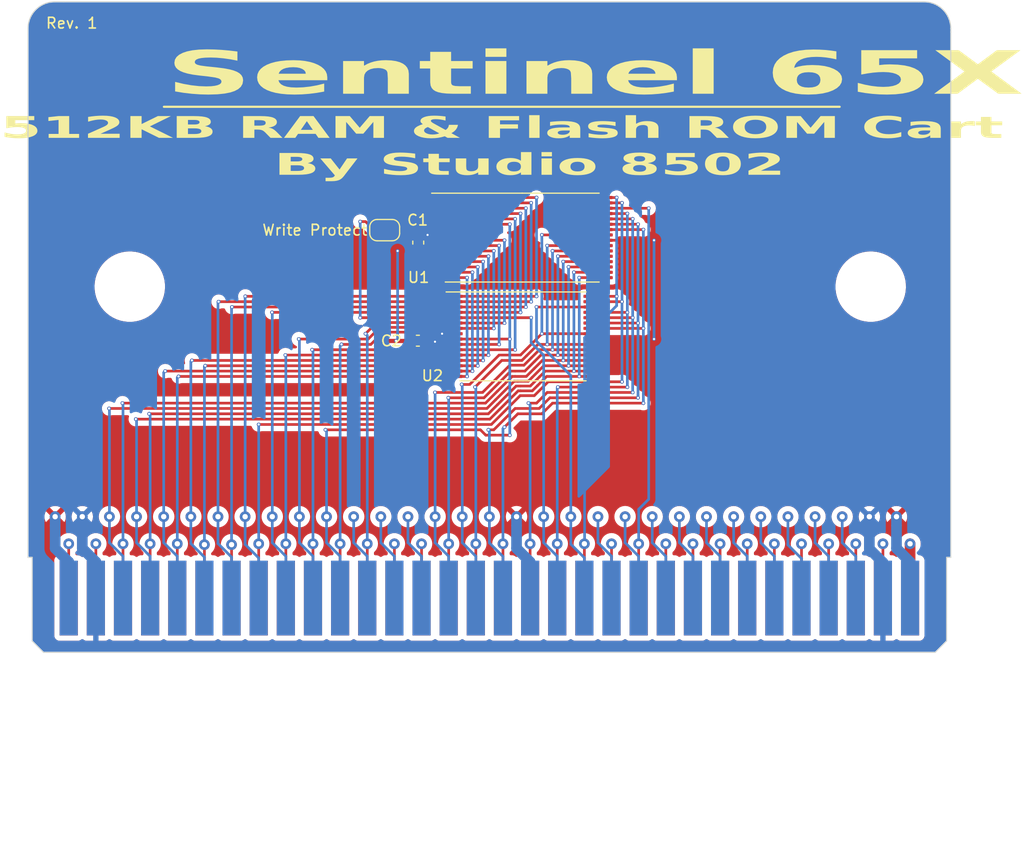
<source format=kicad_pcb>
(kicad_pcb (version 20221018) (generator pcbnew)
  (layers (0 "F.Cu" signal) (31 "B.Cu" signal) (34 "B.Paste" user) (35 "F.Paste" user) (36 "B.SilkS" user "B.Silkscreen") (37 "F.SilkS" user "F.Silkscreen") (38 "B.Mask" user) (39 "F.Mask" user) (44 "Edge.Cuts" user))
  (net 0 "")
  (net 1 "+3.3V")
  (net 2 "/A1")
  (net 3 "/A3")
  (net 4 "/A5")
  (net 5 "/A7")
  (net 6 "/A9")
  (net 7 "/A11")
  (net 8 "/A13")
  (net 9 "/A15")
  (net 10 "/A17")
  (net 11 "/~{RAM}1")
  (net 12 "/D1")
  (net 13 "/D3")
  (net 14 "/D5")
  (net 15 "/~{WR}")
  (net 16 "unconnected-(J1-Pin_b12-Padb12)")
  (net 17 "unconnected-(J1-Pin_b20-Padb20)")
  (net 18 "unconnected-(J1-Pin_b2-Padb2)")
  (net 19 "/A0")
  (net 20 "/A2")
  (net 21 "/A4")
  (net 22 "/A6")
  (net 23 "/A8")
  (net 24 "/A10")
  (net 25 "/A12")
  (net 26 "/A14")
  (net 27 "/A16")
  (net 28 "/A18")
  (net 29 "/D0")
  (net 30 "/D2")
  (net 31 "/D4")
  (net 32 "/D6")
  (net 33 "/D7")
  (net 34 "/~{RD}")
  (net 35 "+5V")
  (net 36 "GND")
  (net 37 "unconnected-(J1-Pin_a3-Pada3)")
  (net 38 "unconnected-(J1-Pin_a4-Pada4)")
  (net 39 "unconnected-(J1-Pin_a5-Pada5)")
  (net 40 "unconnected-(J1-Pin_a6-Pada6)")
  (net 41 "unconnected-(J1-Pin_a7-Pada7)")
  (net 42 "unconnected-(J1-Pin_a8-Pada8)")
  (net 43 "unconnected-(J1-Pin_a9-Pada9)")
  (net 44 "unconnected-(J1-Pin_a10-Pada10)")
  (net 45 "unconnected-(J1-Pin_a11-Pada11)")
  (net 46 "unconnected-(J1-Pin_a19-Pada19)")
  (net 47 "unconnected-(J1-Pin_a20-Pada20)")
  (net 48 "unconnected-(J1-Pin_b3-Padb3)")
  (net 49 "unconnected-(J1-Pin_b4-Padb4)")
  (net 50 "unconnected-(J1-Pin_b5-Padb5)")
  (net 51 "unconnected-(J1-Pin_b6-Padb6)")
  (net 52 "unconnected-(J1-Pin_b7-Padb7)")
  (net 53 "unconnected-(J1-Pin_b8-Padb8)")
  (net 54 "unconnected-(J1-Pin_b9-Padb9)")
  (net 55 "unconnected-(J1-Pin_b10-Padb10)")
  (net 56 "unconnected-(J1-Pin_b19-Padb19)")
  (net 57 "unconnected-(J1-Pin_a12-Pada12)")
  (net 58 "unconnected-(J1-Pin_b31-Padb31)")
  (net 59 "unconnected-(J1-Pin_b32-Padb32)")
  (net 60 "/~{CS}6")
  (net 61 "/A19")
  (net 62 "Net-(JP1-B)")
  (footprint "Package_SO:TSOP-I-32_14.4x8mm_P0.5mm" (layer "F.Cu") (at 140.162962 48)
    (fp_text reference "U1")
    (fp_text value "~")
  )
  (footprint "Package_SO:TSOP-I-32_11.8x8mm_P0.5mm" (layer "F.Cu") (at 140.24 57.25)
    (fp_text reference "U2")
    (fp_text value "IS61C5128AS-25HLI")
  )
  (footprint "Connector:Conn_Edge_2x32_THT_2.54mm_Male" (layer "F.Cu") (at 138.359999 81.752 180)
    (fp_text reference "J1" hide)
    (fp_text value "2x32 2.54mm Card Edge Connector")
    (fp_line (start -41.520319 3.81) (end -41.91 3.81) (stroke (width 0.1)) (layer "Edge.Cuts"))
    (fp_line (start -41.51758 -4.014303) (end -41.520319 3.81) (stroke (width 0.1)) (layer "Edge.Cuts"))
    (fp_line (start -40.46 -5.08) (end -41.51758 -4.014303) (stroke (width 0.1)) (layer "Edge.Cuts"))
    (fp_line (start -40.46 -5.08) (end 43 -5.08) (stroke (width 0.1)) (layer "Edge.Cuts"))
    (fp_line (start 43 -5.08) (end 44.05758 -4.014303) (stroke (width 0.1)) (layer "Edge.Cuts"))
    (fp_line (start 44.054841 3.81) (end 44.05758 -4.014303) (stroke (width 0.1)) (layer "Edge.Cuts"))
    (fp_line (start 44.054841 3.81) (end 44.45 3.81) (stroke (width 0.1)) (layer "Edge.Cuts"))
  )
  (footprint "Jumper:SolderJumper-2_P1.3mm_Bridged_RoundedPad1.0x1.5mm" (layer "F.Cu") (at 127.289998 47.3)
    (fp_text reference "JP1" hide)
    (fp_text value "SolderJumper_2_Bridged")
  )
  (footprint "Capacitor_SMD:C_0603_1608Metric" (layer "F.Cu") (at 130.431446 48.467144 -90)
    (fp_text reference "C1")
    (fp_text value "100nF")
  )
  (footprint "" (layer "F.Cu") (at 103.434999 52.592)
    (fp_text reference "")
    (fp_text value "")
  )
  (footprint "" (layer "F.Cu") (at 172.776999 52.592)
    (fp_text reference "")
    (fp_text value "")
  )
  (footprint "Capacitor_SMD:C_0603_1608Metric" (layer "F.Cu") (at 130.396279 57.65499 180)
    (fp_text reference "C2")
    (fp_text value "100nF")
  )
  (gr_line (start 169.874188 35.75) (end 106.625811 35.75) (stroke (width 0.2)) (layer "F.SilkS"))
  (gr_line (start 177.25 25.922) (end 177.769999 25.922) (stroke (width 0.1)) (layer "Edge.Cuts"))
  (gr_arc (start 177.769999 25.922) (mid 179.537766 26.654233) (end 180.269999 28.422) (stroke (width 0.1)) (layer "Edge.Cuts"))
  (gr_arc (start 93.909999 28.422) (mid 94.642232 26.654233) (end 96.409999 25.922) (stroke (width 0.1)) (layer "Edge.Cuts"))
  (gr_line (start 93.909999 29) (end 93.909999 28.422) (stroke (width 0.1)) (layer "Edge.Cuts"))
  (gr_line (start 93.909999 77.942) (end 93.909999 29) (stroke (width 0.1)) (layer "Edge.Cuts"))
  (gr_line (start 180.269999 28.75) (end 180.269999 28.422) (stroke (width 0.1)) (layer "Edge.Cuts"))
  (gr_line (start 97.25 25.922) (end 177.25 25.922) (stroke (width 0.1)) (layer "Edge.Cuts"))
  (gr_line (start 97.25 25.922) (end 96.409999 25.922) (stroke (width 0.1)) (layer "Edge.Cuts"))
  (gr_line (start 180.269999 77.942) (end 180.269999 28.75) (stroke (width 0.1)) (layer "Edge.Cuts"))
  (gr_text "By Studio 8502" (at 116.93053 42.456333) (layer "F.SilkS") (effects (font (size 2 4) (thickness 0.25) bold) (justify left bottom)))
  (gr_text "Rev. 1" (at 95.5 28.5) (layer "F.SilkS") (effects (font (size 1 1)) (justify left bottom)))
  (gr_text "Sentinel 65X" (at 106.803244 35.208167) (layer "F.SilkS") (effects (font (size 4 8) (thickness 0.3) bold) (justify left bottom)))
  (gr_text "512KB RAM & Flash ROM Cart" (at 138.249999 38.999483) (layer "F.SilkS") (effects (font (size 2 4) (thickness 0.25) bold) (justify bottom)))
  (segment (start 132.662873 57) (end 133.815 57) (width 0.25) (layer "F.Cu") (net 1))
  (segment (start 131.304668 47.75) (end 132.475462 47.75) (width 0.25) (layer "F.Cu") (net 1))
  (segment (start 131.90499 57.65499) (end 132 57.75) (width 0.25) (layer "F.Cu") (net 1))
  (segment (start 131.304644 47.749976) (end 131.304668 47.75) (width 0.25) (layer "F.Cu") (net 1))
  (segment (start 131.30462 47.75) (end 131.304644 47.749976) (width 0.25) (layer "F.Cu") (net 1))
  (segment (start 130.489302 47.75) (end 131.30462 47.75) (width 0.25) (layer "F.Cu") (net 1))
  (segment (start 131.171279 57.65499) (end 131.90499 57.65499) (width 0.25) (layer "F.Cu") (net 1))
  (segment (start 132.662373 56.9995) (end 132.662873 57) (width 0.25) (layer "F.Cu") (net 1))
  (segment (start 130.431446 47.692144) (end 130.489302 47.75) (width 0.25) (layer "F.Cu") (net 1))
  (via (at 131.304644 47.749976) (size 0.35) (drill 0.2) (layers "F.Cu" "B.Cu") (net 1))
  (via (at 132.662373 56.9995) (size 0.35) (drill 0.2) (layers "F.Cu" "B.Cu") (net 1))
  (via (at 132 57.75) (size 0.35) (drill 0.2) (layers "F.Cu" "B.Cu") (net 1))
  (segment (start 98.989999 74.132) (end 98.989999 77.099057) (width 1) (layer "B.Cu") (net 1))
  (segment (start 173.919999 78.419999) (end 173.919999 81.752) (width 1) (layer "B.Cu") (net 1))
  (segment (start 132 48.445332) (end 131.304644 47.749976) (width 0.25) (layer "B.Cu") (net 1))
  (segment (start 100.259999 78.369057) (end 100.259999 81.752) (width 1) (layer "B.Cu") (net 1))
  (segment (start 98.989999 77.099057) (end 100.259999 78.369057) (width 1) (layer "B.Cu") (net 1))
  (segment (start 172.649999 77.149999) (end 173.919999 78.419999) (width 1) (layer "B.Cu") (net 1))
  (segment (start 172.649999 74.132) (end 172.649999 77.149999) (width 1) (layer "B.Cu") (net 1))
  (segment (start 132 57.75) (end 132 48.445332) (width 0.25) (layer "B.Cu") (net 1))
  (segment (start 139.409188 61.45) (end 137.679594 63.179594) (width 0.25) (layer "F.Cu") (net 2))
  (segment (start 139.75 61.45) (end 139.409188 61.45) (width 0.25) (layer "F.Cu") (net 2))
  (segment (start 144.5 60) (end 146.665 60) (width 0.25) (layer "F.Cu") (net 2))
  (segment (start 141.09099 61.09099) (end 140.73198 61.45) (width 0.25) (layer "F.Cu") (net 2))
  (segment (start 142.18198 60) (end 141.09099 61.09099) (width 0.25) (layer "F.Cu") (net 2))
  (segment (start 136.859188 64) (end 101.5 64) (width 0.25) (layer "F.Cu") (net 2))
  (segment (start 137.679594 63.179594) (end 136.859188 64) (width 0.25) (layer "F.Cu") (net 2))
  (segment (start 144.5 60) (end 142.18198 60) (width 0.25) (layer "F.Cu") (net 2))
  (segment (start 147.850462 50.75) (end 144.5 50.75) (width 0.25) (layer "F.Cu") (net 2))
  (segment (start 140.73198 61.45) (end 139.75 61.45) (width 0.25) (layer "F.Cu") (net 2))
  (via (at 144.5 50.75) (size 0.35) (drill 0.2) (layers "F.Cu" "B.Cu") (net 2))
  (via (at 144.5 60) (size 0.35) (drill 0.2) (layers "F.Cu" "B.Cu") (net 2))
  (via (at 101.5 64) (size 0.35) (drill 0.2) (layers "F.Cu" "B.Cu") (net 2))
  (segment (start 101.529999 76.568727) (end 102.799999 77.838727) (width 0.25) (layer "B.Cu") (net 2))
  (segment (start 101.529999 64.029999) (end 101.529999 74.132) (width 0.25) (layer "B.Cu") (net 2))
  (segment (start 102.799999 77.838727) (end 102.799999 81.752) (width 0.25) (layer "B.Cu") (net 2))
  (segment (start 101.5 64) (end 101.529999 64.029999) (width 0.25) (layer "B.Cu") (net 2))
  (segment (start 101.529999 74.132) (end 101.529999 76.568727) (width 0.25) (layer "B.Cu") (net 2))
  (segment (start 144.5 50.75) (end 144.5 60) (width 0.25) (layer "B.Cu") (net 2))
  (segment (start 137.13198 65) (end 104 65) (width 0.25) (layer "F.Cu") (net 3))
  (segment (start 138.052386 64.079594) (end 137.13198 65) (width 0.25) (layer "F.Cu") (net 3))
  (segment (start 141.602386 61.852386) (end 141.104772 62.35) (width 0.25) (layer "F.Cu") (net 3))
  (segment (start 145.5 61) (end 142.454772 61) (width 0.25) (layer "F.Cu") (net 3))
  (segment (start 140 62.35) (end 139.78198 62.35) (width 0.25) (layer "F.Cu") (net 3))
  (segment (start 142.454772 61) (end 141.602386 61.852386) (width 0.25) (layer "F.Cu") (net 3))
  (segment (start 141.104772 62.35) (end 140 62.35) (width 0.25) (layer "F.Cu") (net 3))
  (segment (start 147.850462 51.75) (end 145.5 51.75) (width 0.25) (layer "F.Cu") (net 3))
  (segment (start 139.78198 62.35) (end 138.052386 64.079594) (width 0.25) (layer "F.Cu") (net 3))
  (segment (start 145.5 61) (end 146.665 61) (width 0.25) (layer "F.Cu") (net 3))
  (via (at 104 65) (size 0.35) (drill 0.2) (layers "F.Cu" "B.Cu") (net 3))
  (via (at 145.5 61) (size 0.35) (drill 0.2) (layers "F.Cu" "B.Cu") (net 3))
  (via (at 145.5 51.75) (size 0.35) (drill 0.2) (layers "F.Cu" "B.Cu") (net 3))
  (segment (start 104 65) (end 104.069999 65.069999) (width 0.25) (layer "B.Cu") (net 3))
  (segment (start 104.069999 65.069999) (end 104.069999 74.132) (width 0.25) (layer "B.Cu") (net 3))
  (segment (start 145.5 51.75) (end 145.5 61) (width 0.25) (layer "B.Cu") (net 3))
  (segment (start 105.339999 77.839999) (end 105.339999 81.752) (width 0.25) (layer "B.Cu") (net 3))
  (segment (start 104.069999 74.132) (end 104.069999 76.569999) (width 0.25) (layer "B.Cu") (net 3))
  (segment (start 104.069999 76.569999) (end 105.339999 77.839999) (width 0.25) (layer "B.Cu") (net 3))
  (segment (start 132.475462 51.25) (end 135.5 51.25) (width 0.25) (layer "F.Cu") (net 4))
  (segment (start 133.815 60.5) (end 106.75 60.5) (width 0.25) (layer "F.Cu") (net 4))
  (segment (start 135.5 60.5) (end 133.815 60.5) (width 0.25) (layer "F.Cu") (net 4))
  (via (at 106.75 60.5) (size 0.35) (drill 0.2) (layers "F.Cu" "B.Cu") (net 4))
  (via (at 135.5 60.5) (size 0.35) (drill 0.2) (layers "F.Cu" "B.Cu") (net 4))
  (via (at 135.5 51.25) (size 0.35) (drill 0.2) (layers "F.Cu" "B.Cu") (net 4))
  (segment (start 107.879999 77.838727) (end 107.879999 81.752) (width 0.25) (layer "B.Cu") (net 4))
  (segment (start 106.609999 74.132) (end 106.609999 76.568727) (width 0.25) (layer "B.Cu") (net 4))
  (segment (start 135.5 51.25) (end 135.5 60.5) (width 0.25) (layer "B.Cu") (net 4))
  (segment (start 106.75 60.5) (end 106.609999 60.640001) (width 0.25) (layer "B.Cu") (net 4))
  (segment (start 106.609999 60.640001) (end 106.609999 74.132) (width 0.25) (layer "B.Cu") (net 4))
  (segment (start 106.609999 76.568727) (end 107.879999 77.838727) (width 0.25) (layer "B.Cu") (net 4))
  (segment (start 133.815 59.5) (end 109.25 59.5) (width 0.25) (layer "F.Cu") (net 5))
  (segment (start 132.475462 50.25) (end 136.5 50.25) (width 0.25) (layer "F.Cu") (net 5))
  (segment (start 136.5 59.5) (end 133.815 59.5) (width 0.25) (layer "F.Cu") (net 5))
  (via (at 136.5 50.25) (size 0.35) (drill 0.2) (layers "F.Cu" "B.Cu") (net 5))
  (via (at 109.25 59.5) (size 0.35) (drill 0.2) (layers "F.Cu" "B.Cu") (net 5))
  (via (at 136.5 59.5) (size 0.35) (drill 0.2) (layers "F.Cu" "B.Cu") (net 5))
  (segment (start 109.25 59.5) (end 109.149999 59.600001) (width 0.25) (layer "B.Cu") (net 5))
  (segment (start 109.149999 59.600001) (end 109.149999 74.132) (width 0.25) (layer "B.Cu") (net 5))
  (segment (start 110.419999 77.918727) (end 110.419999 81.752) (width 0.25) (layer "B.Cu") (net 5))
  (segment (start 109.149999 74.132) (end 109.149999 76.648727) (width 0.25) (layer "B.Cu") (net 5))
  (segment (start 109.149999 76.648727) (end 110.419999 77.918727) (width 0.25) (layer "B.Cu") (net 5))
  (segment (start 136.5 50.25) (end 136.5 59.5) (width 0.25) (layer "B.Cu") (net 5))
  (segment (start 133.815 54) (end 111.75 54) (width 0.25) (layer "F.Cu") (net 6))
  (segment (start 141 54) (end 133.815 54) (width 0.25) (layer "F.Cu") (net 6))
  (segment (start 132.475462 44.75) (end 141 44.75) (width 0.25) (layer "F.Cu") (net 6))
  (via (at 141 54) (size 0.35) (drill 0.2) (layers "F.Cu" "B.Cu") (net 6))
  (via (at 111.75 54) (size 0.35) (drill 0.2) (layers "F.Cu" "B.Cu") (net 6))
  (via (at 141 44.75) (size 0.35) (drill 0.2) (layers "F.Cu" "B.Cu") (net 6))
  (segment (start 141 44.75) (end 141 54) (width 0.25) (layer "B.Cu") (net 6))
  (segment (start 111.689999 54.060001) (end 111.689999 74.132) (width 0.25) (layer "B.Cu") (net 6))
  (segment (start 112.959999 77.918727) (end 112.959999 81.752) (width 0.25) (layer "B.Cu") (net 6))
  (segment (start 111.689999 74.132) (end 111.689999 76.648727) (width 0.25) (layer "B.Cu") (net 6))
  (segment (start 111.689999 76.648727) (end 112.959999 77.918727) (width 0.25) (layer "B.Cu") (net 6))
  (segment (start 111.75 54) (end 111.689999 54.060001) (width 0.25) (layer "B.Cu") (net 6))
  (segment (start 141.5 53.5) (end 133.815 53.5) (width 0.25) (layer "F.Cu") (net 7))
  (segment (start 132.475462 44.25) (end 141.5 44.25) (width 0.25) (layer "F.Cu") (net 7))
  (segment (start 133.815 53.5) (end 114.25 53.5) (width 0.25) (layer "F.Cu") (net 7))
  (via (at 141.5 44.25) (size 0.35) (drill 0.2) (layers "F.Cu" "B.Cu") (net 7))
  (via (at 114.25 53.5) (size 0.35) (drill 0.2) (layers "F.Cu" "B.Cu") (net 7))
  (via (at 141.5 53.5) (size 0.35) (drill 0.2) (layers "F.Cu" "B.Cu") (net 7))
  (segment (start 114.229999 76.729999) (end 115.499999 77.999999) (width 0.25) (layer "B.Cu") (net 7))
  (segment (start 141.5 44.25) (end 141.5 53.5) (width 0.25) (layer "B.Cu") (net 7))
  (segment (start 114.25 53.5) (end 114.229999 53.520001) (width 0.25) (layer "B.Cu") (net 7))
  (segment (start 114.229999 74.132) (end 114.229999 76.729999) (width 0.25) (layer "B.Cu") (net 7))
  (segment (start 114.229999 53.520001) (end 114.229999 74.132) (width 0.25) (layer "B.Cu") (net 7))
  (segment (start 115.499999 77.999999) (end 115.499999 81.752) (width 0.25) (layer "B.Cu") (net 7))
  (segment (start 132.475462 45.75) (end 140 45.75) (width 0.25) (layer "F.Cu") (net 8))
  (segment (start 140 55) (end 133.815 55) (width 0.25) (layer "F.Cu") (net 8))
  (segment (start 133.815 55) (end 116.75 55) (width 0.25) (layer "F.Cu") (net 8))
  (via (at 140 45.75) (size 0.35) (drill 0.2) (layers "F.Cu" "B.Cu") (net 8))
  (via (at 140 55) (size 0.35) (drill 0.2) (layers "F.Cu" "B.Cu") (net 8))
  (via (at 116.75 55) (size 0.35) (drill 0.2) (layers "F.Cu" "B.Cu") (net 8))
  (segment (start 116.769999 76.568727) (end 118.039999 77.838727) (width 0.25) (layer "B.Cu") (net 8))
  (segment (start 118.039999 77.838727) (end 118.039999 81.752) (width 0.25) (layer "B.Cu") (net 8))
  (segment (start 116.769999 55.019999) (end 116.769999 74.132) (width 0.25) (layer "B.Cu") (net 8))
  (segment (start 116.769999 74.132) (end 116.769999 76.568727) (width 0.25) (layer "B.Cu") (net 8))
  (segment (start 116.75 55) (end 116.769999 55.019999) (width 0.25) (layer "B.Cu") (net 8))
  (segment (start 140 45.75) (end 140 55) (width 0.25) (layer "B.Cu") (net 8))
  (segment (start 137.5 56.5) (end 133.815 56.5) (width 0.25) (layer "F.Cu") (net 9))
  (segment (start 132.475462 49.25) (end 137.5 49.25) (width 0.25) (layer "F.Cu") (net 9))
  (segment (start 125.75 57.5) (end 119.25 57.5) (width 0.25) (layer "F.Cu") (net 9))
  (segment (start 131.905502 56.5) (end 131.810492 56.40499) (width 0.25) (layer "F.Cu") (net 9))
  (segment (start 126.84501 56.40499) (end 125.75 57.5) (width 0.25) (layer "F.Cu") (net 9))
  (segment (start 131.810492 56.40499) (end 126.84501 56.40499) (width 0.25) (layer "F.Cu") (net 9))
  (segment (start 133.815 56.5) (end 131.905502 56.5) (width 0.25) (layer "F.Cu") (net 9))
  (via (at 137.5 56.5) (size 0.35) (drill 0.2) (layers "F.Cu" "B.Cu") (net 9))
  (via (at 137.5 49.25) (size 0.35) (drill 0.2) (layers "F.Cu" "B.Cu") (net 9))
  (via (at 119.25 57.5) (size 0.35) (drill 0.2) (layers "F.Cu" "B.Cu") (net 9))
  (segment (start 119.309999 74.132) (end 119.309999 76.568727) (width 0.25) (layer "B.Cu") (net 9))
  (segment (start 137.5 49.25) (end 137.5 56.5) (width 0.25) (layer "B.Cu") (net 9))
  (segment (start 119.25 57.5) (end 119.309999 57.559999) (width 0.25) (layer "B.Cu") (net 9))
  (segment (start 119.309999 76.568727) (end 120.579999 77.838727) (width 0.25) (layer "B.Cu") (net 9))
  (segment (start 119.309999 57.559999) (end 119.309999 74.132) (width 0.25) (layer "B.Cu") (net 9))
  (segment (start 120.579999 77.838727) (end 120.579999 81.752) (width 0.25) (layer "B.Cu") (net 9))
  (segment (start 136.75 66.5) (end 136.25 66) (width 0.25) (layer "F.Cu") (net 10))
  (segment (start 132.475462 46.75) (end 139 46.75) (width 0.25) (layer "F.Cu") (net 10))
  (segment (start 136.25 66) (end 121.75 66) (width 0.25) (layer "F.Cu") (net 10))
  (segment (start 139 57.5) (end 133.815 57.5) (width 0.25) (layer "F.Cu") (net 10))
  (segment (start 139 66.5) (end 136.75 66.5) (width 0.25) (layer "F.Cu") (net 10))
  (via (at 139 46.75) (size 0.35) (drill 0.2) (layers "F.Cu" "B.Cu") (net 10))
  (via (at 121.75 66) (size 0.35) (drill 0.2) (layers "F.Cu" "B.Cu") (net 10))
  (via (at 139 66.5) (size 0.35) (drill 0.2) (layers "F.Cu" "B.Cu") (net 10))
  (via (at 139 57.5) (size 0.35) (drill 0.2) (layers "F.Cu" "B.Cu") (net 10))
  (segment (start 121.75 66) (end 121.849999 66.099999) (width 0.25) (layer "B.Cu") (net 10))
  (segment (start 121.849999 66.099999) (end 121.849999 74.132) (width 0.25) (layer "B.Cu") (net 10))
  (segment (start 121.849999 74.132) (end 121.849999 76.568727) (width 0.25) (layer "B.Cu") (net 10))
  (segment (start 139 57.5) (end 139 66.5) (width 0.25) (layer "B.Cu") (net 10))
  (segment (start 139 46.75) (end 139 57.5) (width 0.25) (layer "B.Cu") (net 10))
  (segment (start 121.849999 76.568727) (end 123.119999 77.838727) (width 0.25) (layer "B.Cu") (net 10))
  (segment (start 123.119999 77.838727) (end 123.119999 81.752) (width 0.25) (layer "B.Cu") (net 10))
  (segment (start 146.665 54.5) (end 141.5 54.5) (width 0.25) (layer "F.Cu") (net 11))
  (via (at 141.5 54.5) (size 0.35) (drill 0.2) (layers "F.Cu" "B.Cu") (net 11))
  (segment (start 141.5 54.5) (end 141.5 57.707107) (width 0.25) (layer "B.Cu") (net 11))
  (segment (start 141.5 57.707107) (end 144.709999 60.917106) (width 0.25) (layer "B.Cu") (net 11))
  (segment (start 144.709999 60.917106) (end 144.709999 74.132) (width 0.25) (layer "B.Cu") (net 11))
  (segment (start 145.979999 77.979999) (end 145.979999 81.752) (width 0.25) (layer "B.Cu") (net 11))
  (segment (start 144.709999 74.132) (end 144.709999 76.709999) (width 0.25) (layer "B.Cu") (net 11))
  (segment (start 144.709999 76.709999) (end 145.979999 77.979999) (width 0.25) (layer "B.Cu") (net 11))
  (segment (start 136.45 62.5) (end 132 62.5) (width 0.25) (layer "F.Cu") (net 12))
  (segment (start 140.322792 59.95) (end 139 59.95) (width 0.25) (layer "F.Cu") (net 12))
  (segment (start 141.011396 59.261396) (end 140.322792 59.95) (width 0.25) (layer "F.Cu") (net 12))
  (segment (start 143 58.5) (end 141.772792 58.5) (width 0.25) (layer "F.Cu") (net 12))
  (segment (start 139 59.95) (end 136.45 62.5) (width 0.25) (layer "F.Cu") (net 12))
  (segment (start 147.850462 49.25) (end 143 49.25) (width 0.25) (layer "F.Cu") (net 12))
  (segment (start 141.772792 58.5) (end 141.011396 59.261396) (width 0.25) (layer "F.Cu") (net 12))
  (segment (start 146.665 58.5) (end 143 58.5) (width 0.25) (layer "F.Cu") (net 12))
  (via (at 143 49.25) (size 0.35) (drill 0.2) (layers "F.Cu" "B.Cu") (net 12))
  (via (at 132 62.5) (size 0.35) (drill 0.2) (layers "F.Cu" "B.Cu") (net 12))
  (via (at 143 58.5) (size 0.35) (drill 0.2) (layers "F.Cu" "B.Cu") (net 12))
  (segment (start 133.279999 77.838727) (end 133.279999 81.752) (width 0.25) (layer "B.Cu") (net 12))
  (segment (start 132.009999 74.132) (end 132.009999 76.568727) (width 0.25) (layer "B.Cu") (net 12))
  (segment (start 132.009999 76.568727) (end 133.279999 77.838727) (width 0.25) (layer "B.Cu") (net 12))
  (segment (start 132.009999 62.509999) (end 132.009999 74.132) (width 0.25) (layer "B.Cu") (net 12))
  (segment (start 143 49.25) (end 143 58.5) (width 0.25) (layer "B.Cu") (net 12))
  (segment (start 132 62.5) (end 132.009999 62.509999) (width 0.25) (layer "B.Cu") (net 12))
  (segment (start 140 59) (end 138 59) (width 0.25) (layer "F.Cu") (net 13))
  (segment (start 147.850462 47.75) (end 142 47.75) (width 0.25) (layer "F.Cu") (net 13))
  (segment (start 138 59) (end 135.25 61.75) (width 0.25) (layer "F.Cu") (net 13))
  (segment (start 142 57) (end 140 59) (width 0.25) (layer "F.Cu") (net 13))
  (segment (start 135.25 61.75) (end 134.5 61.75) (width 0.25) (layer "F.Cu") (net 13))
  (segment (start 146.665 57) (end 142 57) (width 0.25) (layer "F.Cu") (net 13))
  (via (at 142 57) (size 0.35) (drill 0.2) (layers "F.Cu" "B.Cu") (net 13))
  (via (at 142 47.75) (size 0.35) (drill 0.2) (layers "F.Cu" "B.Cu") (net 13))
  (via (at 134.5 61.75) (size 0.35) (drill 0.2) (layers "F.Cu" "B.Cu") (net 13))
  (segment (start 134.549999 61.799999) (end 134.549999 74.132) (width 0.25) (layer "B.Cu") (net 13))
  (segment (start 134.549999 76.568727) (end 135.819999 77.838727) (width 0.25) (layer "B.Cu") (net 13))
  (segment (start 135.819999 77.838727) (end 135.819999 81.752) (width 0.25) (layer "B.Cu") (net 13))
  (segment (start 134.549999 74.132) (end 134.549999 76.568727) (width 0.25) (layer "B.Cu") (net 13))
  (segment (start 134.5 61.75) (end 134.549999 61.799999) (width 0.25) (layer "B.Cu") (net 13))
  (segment (start 142 47.75) (end 142 57) (width 0.25) (layer "B.Cu") (net 13))
  (segment (start 137.5 66) (end 137 66) (width 0.25) (layer "F.Cu") (net 14))
  (segment (start 146.665 56) (end 151 56) (width 0.25) (layer "F.Cu") (net 14))
  (segment (start 151 46.75) (end 147.850462 46.75) (width 0.25) (layer "F.Cu") (net 14))
  (segment (start 151 63) (end 142.75 63) (width 0.25) (layer "F.Cu") (net 14))
  (segment (start 139.5 64) (end 137.5 66) (width 0.25) (layer "F.Cu") (net 14))
  (segment (start 142.75 63) (end 141.75 64) (width 0.25) (layer "F.Cu") (net 14))
  (segment (start 141.75 64) (end 139.5 64) (width 0.25) (layer "F.Cu") (net 14))
  (via (at 137 66) (size 0.35) (drill 0.2) (layers "F.Cu" "B.Cu") (net 14))
  (via (at 151 56) (size 0.35) (drill 0.2) (layers "F.Cu" "B.Cu") (net 14))
  (via (at 151 63) (size 0.35) (drill 0.2) (layers "F.Cu" "B.Cu") (net 14))
  (via (at 151 46.75) (size 0.35) (drill 0.2) (layers "F.Cu" "B.Cu") (net 14))
  (segment (start 137.089999 66.089999) (end 137.089999 74.132) (width 0.25) (layer "B.Cu") (net 14))
  (segment (start 138.359999 77.859999) (end 138.359999 81.752) (width 0.25) (layer "B.Cu") (net 14))
  (segment (start 137.089999 74.132) (end 137.089999 76.589999) (width 0.25) (layer "B.Cu") (net 14))
  (segment (start 151 62.75) (end 151 63) (width 0.25) (layer "B.Cu") (net 14))
  (segment (start 137.089999 76.589999) (end 138.359999 77.859999) (width 0.25) (layer "B.Cu") (net 14))
  (segment (start 151 56) (end 151 62.75) (width 0.25) (layer "B.Cu") (net 14))
  (segment (start 137 66) (end 137.089999 66.089999) (width 0.25) (layer "B.Cu") (net 14))
  (segment (start 151 56) (end 151 46.75) (width 0.25) (layer "B.Cu") (net 14))
  (segment (start 133.815 55.5) (end 141 55.5) (width 0.25) (layer "F.Cu") (net 15))
  (segment (start 126.3 47.3) (end 125.5 46.5) (width 0.25) (layer "F.Cu") (net 15))
  (segment (start 133.815 55.5) (end 125 55.5) (width 0.25) (layer "F.Cu") (net 15))
  (segment (start 126.639998 47.3) (end 126.3 47.3) (width 0.25) (layer "F.Cu") (net 15))
  (segment (start 125.5 46.5) (end 125 46.5) (width 0.25) (layer "F.Cu") (net 15))
  (via (at 125 55.5) (size 0.35) (drill 0.2) (layers "F.Cu" "B.Cu") (net 15))
  (via (at 125 46.5) (size 0.35) (drill 0.2) (layers "F.Cu" "B.Cu") (net 15))
  (via (at 141 55.5) (size 0.35) (drill 0.2) (layers "F.Cu" "B.Cu") (net 15))
  (segment (start 142.169999 74.132) (end 142.169999 76.568727) (width 0.25) (layer "B.Cu") (net 15))
  (segment (start 125 46.5) (end 125 55.5) (width 0.25) (layer "B.Cu") (net 15))
  (segment (start 143.439999 77.838727) (end 143.439999 81.752) (width 0.25) (layer "B.Cu") (net 15))
  (segment (start 142.169999 76.568727) (end 143.439999 77.838727) (width 0.25) (layer "B.Cu") (net 15))
  (segment (start 141 55.5) (end 141 57.843503) (width 0.25) (layer "B.Cu") (net 15))
  (segment (start 141 57.843503) (end 142.169999 59.013502) (width 0.25) (layer "B.Cu") (net 15))
  (segment (start 142.169999 59.013502) (end 142.169999 74.132) (width 0.25) (layer "B.Cu") (net 15))
  (segment (start 148.519999 76.672) (end 148.519999 81.752) (width 0.25) (layer "F.Cu") (net 16))
  (segment (start 128.199999 76.672) (end 128.199999 81.752) (width 0.25) (layer "F.Cu") (net 17))
  (segment (start 173.919999 76.672) (end 173.919999 81.752) (width 0.25) (layer "F.Cu") (net 18))
  (segment (start 141.272792 60.272792) (end 140.545584 61) (width 0.25) (layer "F.Cu") (net 19))
  (segment (start 137.861396 62.361396) (end 136.722792 63.5) (width 0.25) (layer "F.Cu") (net 19))
  (segment (start 147.850462 50.25) (end 144 50.25) (width 0.25) (layer "F.Cu") (net 19))
  (segment (start 142.045584 59.5) (end 141.272792 60.272792) (width 0.25) (layer "F.Cu") (net 19))
  (segment (start 146.665 59.5) (end 144 59.5) (width 0.25) (layer "F.Cu") (net 19))
  (segment (start 144 59.5) (end 142.045584 59.5) (width 0.25) (layer "F.Cu") (net 19))
  (segment (start 139.222792 61) (end 137.861396 62.361396) (width 0.25) (layer "F.Cu") (net 19))
  (segment (start 102.799999 76.672) (end 102.799999 81.752) (width 0.25) (layer "F.Cu") (net 19))
  (segment (start 140.545584 61) (end 139.5 61) (width 0.25) (layer "F.Cu") (net 19))
  (segment (start 136.722792 63.5) (end 102.75 63.5) (width 0.25) (layer "F.Cu") (net 19))
  (segment (start 139.5 61) (end 139.222792 61) (width 0.25) (layer "F.Cu") (net 19))
  (via (at 102.75 63.5) (size 0.35) (drill 0.2) (layers "F.Cu" "B.Cu") (net 19))
  (via (at 144 59.5) (size 0.35) (drill 0.2) (layers "F.Cu" "B.Cu") (net 19))
  (via (at 144 50.25) (size 0.35) (drill 0.2) (layers "F.Cu" "B.Cu") (net 19))
  (segment (start 102.799999 63.549999) (end 102.799999 76.672) (width 0.25) (layer "B.Cu") (net 19))
  (segment (start 102.75 63.5) (end 102.799999 63.549999) (width 0.25) (layer "B.Cu") (net 19))
  (segment (start 144 50.25) (end 144 59.5) (width 0.25) (layer "B.Cu") (net 19))
  (segment (start 105.339999 76.672) (end 105.339999 81.752) (width 0.25) (layer "F.Cu") (net 20))
  (segment (start 145 60.5) (end 142.318376 60.5) (width 0.25) (layer "F.Cu") (net 20))
  (segment (start 140.918376 61.9) (end 140 61.9) (width 0.25) (layer "F.Cu") (net 20))
  (segment (start 137.86599 63.629594) (end 136.995584 64.5) (width 0.25) (layer "F.Cu") (net 20))
  (segment (start 142.318376 60.5) (end 141.784188 61.034188) (width 0.25) (layer "F.Cu") (net 20))
  (segment (start 141.784188 61.034188) (end 140.918376 61.9) (width 0.25) (layer "F.Cu") (net 20))
  (segment (start 147.850462 51.25) (end 145 51.25) (width 0.25) (layer "F.Cu") (net 20))
  (segment (start 139.595584 61.9) (end 137.86599 63.629594) (width 0.25) (layer "F.Cu") (net 20))
  (segment (start 140 61.9) (end 139.595584 61.9) (width 0.25) (layer "F.Cu") (net 20))
  (segment (start 146.665 60.5) (end 145 60.5) (width 0.25) (layer "F.Cu") (net 20))
  (segment (start 136.995584 64.5) (end 105.25 64.5) (width 0.25) (layer "F.Cu") (net 20))
  (via (at 145 51.25) (size 0.35) (drill 0.2) (layers "F.Cu" "B.Cu") (net 20))
  (via (at 105.25 64.5) (size 0.35) (drill 0.2) (layers "F.Cu" "B.Cu") (net 20))
  (via (at 145 60.5) (size 0.35) (drill 0.2) (layers "F.Cu" "B.Cu") (net 20))
  (segment (start 105.339999 64.589999) (end 105.339999 76.672) (width 0.25) (layer "B.Cu") (net 20))
  (segment (start 105.25 64.5) (end 105.339999 64.589999) (width 0.25) (layer "B.Cu") (net 20))
  (segment (start 145 51.25) (end 145 60.5) (width 0.25) (layer "B.Cu") (net 20))
  (segment (start 133.815 61) (end 108 61) (width 0.25) (layer "F.Cu") (net 21))
  (segment (start 107.879999 76.672) (end 107.879999 81.752) (width 0.25) (layer "F.Cu") (net 21))
  (segment (start 135 61) (end 133.815 61) (width 0.25) (layer "F.Cu") (net 21))
  (segment (start 132.475462 51.75) (end 135 51.75) (width 0.25) (layer "F.Cu") (net 21))
  (via (at 108 61) (size 0.35) (drill 0.2) (layers "F.Cu" "B.Cu") (net 21))
  (via (at 135 51.75) (size 0.35) (drill 0.2) (layers "F.Cu" "B.Cu") (net 21))
  (via (at 135 61) (size 0.35) (drill 0.2) (layers "F.Cu" "B.Cu") (net 21))
  (segment (start 108 61) (end 107.879999 61.120001) (width 0.25) (layer "B.Cu") (net 21))
  (segment (start 107.879999 61.120001) (end 107.879999 76.672) (width 0.25) (layer "B.Cu") (net 21))
  (segment (start 135 51.75) (end 135 61) (width 0.25) (layer "B.Cu") (net 21))
  (segment (start 136 60) (end 133.815 60) (width 0.25) (layer "F.Cu") (net 22))
  (segment (start 110.419999 76.752) (end 110.419999 81.752) (width 0.25) (layer "F.Cu") (net 22))
  (segment (start 133.815 60) (end 110.5 60) (width 0.25) (layer "F.Cu") (net 22))
  (segment (start 132.475462 50.75) (end 136 50.75) (width 0.25) (layer "F.Cu") (net 22))
  (via (at 136 50.75) (size 0.35) (drill 0.2) (layers "F.Cu" "B.Cu") (net 22))
  (via (at 136 60) (size 0.35) (drill 0.2) (layers "F.Cu" "B.Cu") (net 22))
  (via (at 110.5 60) (size 0.35) (drill 0.2) (layers "F.Cu" "B.Cu") (net 22))
  (segment (start 110.419999 60.080001) (end 110.419999 76.752) (width 0.25) (layer "B.Cu") (net 22))
  (segment (start 110.5 60) (end 110.419999 60.080001) (width 0.25) (layer "B.Cu") (net 22))
  (segment (start 136 59.75) (end 136 60) (width 0.25) (layer "B.Cu") (net 22))
  (segment (start 136 50.75) (end 136 59.75) (width 0.25) (layer "B.Cu") (net 22))
  (segment (start 132.475462 45.25) (end 140.5 45.25) (width 0.25) (layer "F.Cu") (net 23))
  (segment (start 133.815 54.5) (end 113 54.5) (width 0.25) (layer "F.Cu") (net 23))
  (segment (start 112.959999 76.752) (end 112.959999 81.752) (width 0.25) (layer "F.Cu") (net 23))
  (segment (start 133.815 54.5) (end 140.5 54.5) (width 0.25) (layer "F.Cu") (net 23))
  (via (at 140.5 54.5) (size 0.35) (drill 0.2) (layers "F.Cu" "B.Cu") (net 23))
  (via (at 113 54.5) (size 0.35) (drill 0.2) (layers "F.Cu" "B.Cu") (net 23))
  (via (at 140.5 45.25) (size 0.35) (drill 0.2) (layers "F.Cu" "B.Cu") (net 23))
  (segment (start 140.5 45.25) (end 140.5 54.5) (width 0.25) (layer "B.Cu") (net 23))
  (segment (start 113 54.5) (end 112.959999 54.540001) (width 0.25) (layer "B.Cu") (net 23))
  (segment (start 112.959999 54.540001) (end 112.959999 76.752) (width 0.25) (layer "B.Cu") (net 23))
  (segment (start 149.5 61.5) (end 142.591168 61.5) (width 0.25) (layer "F.Cu") (net 24))
  (segment (start 142.591168 61.5) (end 141.291168 62.8) (width 0.25) (layer "F.Cu") (net 24))
  (segment (start 146.665 54) (end 149.5 54) (width 0.25) (layer "F.Cu") (net 24))
  (segment (start 141.291168 62.8) (end 139.968376 62.8) (width 0.25) (layer "F.Cu") (net 24))
  (segment (start 137.268376 65.5) (end 115.5 65.5) (width 0.25) (layer "F.Cu") (net 24))
  (segment (start 149.5 44.75) (end 147.850462 44.75) (width 0.25) (layer "F.Cu") (net 24))
  (segment (start 139.968376 62.8) (end 137.268376 65.5) (width 0.25) (layer "F.Cu") (net 24))
  (segment (start 115.499999 76.672) (end 115.499999 81.752) (width 0.25) (layer "F.Cu") (net 24))
  (via (at 149.5 61.5) (size 0.35) (drill 0.2) (layers "F.Cu" "B.Cu") (net 24))
  (via (at 115.5 65.5) (size 0.35) (drill 0.2) (layers "F.Cu" "B.Cu") (net 24))
  (via (at 149.5 54) (size 0.35) (drill 0.2) (layers "F.Cu" "B.Cu") (net 24))
  (via (at 149.5 44.75) (size 0.35) (drill 0.2) (layers "F.Cu" "B.Cu") (net 24))
  (segment (start 149.5 54) (end 149.5 44.75) (width 0.25) (layer "B.Cu") (net 24))
  (segment (start 115.5 65.5) (end 115.499999 76.672) (width 0.25) (layer "B.Cu") (net 24))
  (segment (start 149.5 54) (end 149.5 61.5) (width 0.25) (layer "B.Cu") (net 24))
  (segment (start 132.475462 49.75) (end 137 49.75) (width 0.25) (layer "F.Cu") (net 25))
  (segment (start 133.815 59) (end 118 59) (width 0.25) (layer "F.Cu") (net 25))
  (segment (start 118.039999 76.672) (end 118.039999 81.752) (width 0.25) (layer "F.Cu") (net 25))
  (segment (start 133.815 59) (end 137 59) (width 0.25) (layer "F.Cu") (net 25))
  (via (at 137 59) (size 0.35) (drill 0.2) (layers "F.Cu" "B.Cu") (net 25))
  (via (at 137 49.75) (size 0.35) (drill 0.2) (layers "F.Cu" "B.Cu") (net 25))
  (via (at 118 59) (size 0.35) (drill 0.2) (layers "F.Cu" "B.Cu") (net 25))
  (segment (start 118.039999 59.039999) (end 118.039999 76.672) (width 0.25) (layer "B.Cu") (net 25))
  (segment (start 118 59) (end 118.039999 59.039999) (width 0.25) (layer "B.Cu") (net 25))
  (segment (start 137 49.75) (end 137 59) (width 0.25) (layer "B.Cu") (net 25))
  (segment (start 133.815 58.5) (end 120.5 58.5) (width 0.25) (layer "F.Cu") (net 26))
  (segment (start 132.475462 46.25) (end 139.5 46.25) (width 0.25) (layer "F.Cu") (net 26))
  (segment (start 120.579999 76.672) (end 120.579999 81.752) (width 0.25) (layer "F.Cu") (net 26))
  (segment (start 139.5 58.5) (end 133.815 58.5) (width 0.25) (layer "F.Cu") (net 26))
  (via (at 120.5 58.5) (size 0.35) (drill 0.2) (layers "F.Cu" "B.Cu") (net 26))
  (via (at 139.5 46.25) (size 0.35) (drill 0.2) (layers "F.Cu" "B.Cu") (net 26))
  (via (at 139.5 58.5) (size 0.35) (drill 0.2) (layers "F.Cu" "B.Cu") (net 26))
  (segment (start 139.5 46.25) (end 139.5 58.5) (width 0.25) (layer "B.Cu") (net 26))
  (segment (start 120.5 58.5) (end 120.579999 58.579999) (width 0.25) (layer "B.Cu") (net 26))
  (segment (start 120.579999 58.579999) (end 120.579999 76.672) (width 0.25) (layer "B.Cu") (net 26))
  (segment (start 133.815 58) (end 138 58) (width 0.25) (layer "F.Cu") (net 27))
  (segment (start 131.974096 57.20499) (end 131.624096 56.85499) (width 0.25) (layer "F.Cu") (net 27))
  (segment (start 132.697792 57.740685) (end 132.162097 57.20499) (width 0.25) (layer "F.Cu") (net 27))
  (segment (start 133.815 58) (end 132.974315 58) (width 0.25) (layer "F.Cu") (net 27))
  (segment (start 132.475462 48.75) (end 138 48.75) (width 0.25) (layer "F.Cu") (net 27))
  (segment (start 132.715 57.740685) (end 132.697792 57.740685) (width 0.25) (layer "F.Cu") (net 27))
  (segment (start 127.14501 56.85499) (end 126 58) (width 0.25) (layer "F.Cu") (net 27))
  (segment (start 123.119999 76.672) (end 123.119999 81.752) (width 0.25) (layer "F.Cu") (net 27))
  (segment (start 132.974315 58) (end 132.715 57.740685) (width 0.25) (layer "F.Cu") (net 27))
  (segment (start 132.162097 57.20499) (end 131.974096 57.20499) (width 0.25) (layer "F.Cu") (net 27))
  (segment (start 126 58) (end 123.25 58) (width 0.25) (layer "F.Cu") (net 27))
  (segment (start 131.624096 56.85499) (end 127.14501 56.85499) (width 0.25) (layer "F.Cu") (net 27))
  (via (at 138 48.75) (size 0.35) (drill 0.2) (layers "F.Cu" "B.Cu") (net 27))
  (via (at 138 58) (size 0.35) (drill 0.2) (layers "F.Cu" "B.Cu") (net 27))
  (via (at 123.25 58) (size 0.35) (drill 0.2) (layers "F.Cu" "B.Cu") (net 27))
  (segment (start 123.119999 58.130001) (end 123.119999 76.672) (width 0.25) (layer "B.Cu") (net 27))
  (segment (start 123.25 58) (end 123.119999 58.130001) (width 0.25) (layer "B.Cu") (net 27))
  (segment (start 138 48.75) (end 138 58) (width 0.25) (layer "B.Cu") (net 27))
  (segment (start 125.659999 76.672) (end 125.659999 81.752) (width 0.25) (layer "F.Cu") (net 28))
  (segment (start 132.475462 48.25) (end 138.5 48.25) (width 0.25) (layer "F.Cu") (net 28))
  (segment (start 133.815 56) (end 132.041898 56) (width 0.25) (layer "F.Cu") (net 28))
  (segment (start 131.996888 55.95499) (end 126.54501 55.95499) (width 0.25) (layer "F.Cu") (net 28))
  (segment (start 132.041898 56) (end 131.996888 55.95499) (width 0.25) (layer "F.Cu") (net 28))
  (segment (start 126.54501 55.95499) (end 125.5 57) (width 0.25) (layer "F.Cu") (net 28))
  (segment (start 133.815 56) (end 138.5 56) (width 0.25) (layer "F.Cu") (net 28))
  (via (at 125.5 57) (size 0.35) (drill 0.2) (layers "F.Cu" "B.Cu") (net 28))
  (via (at 138.5 56) (size 0.35) (drill 0.2) (layers "F.Cu" "B.Cu") (net 28))
  (via (at 138.5 48.25) (size 0.35) (drill 0.2) (layers "F.Cu" "B.Cu") (net 28))
  (segment (start 125.659999 57.159999) (end 125.659999 76.672) (width 0.25) (layer "B.Cu") (net 28))
  (segment (start 138.5 48.25) (end 138.5 56) (width 0.25) (layer "B.Cu") (net 28))
  (segment (start 125.5 57) (end 125.659999 57.159999) (width 0.25) (layer "B.Cu") (net 28))
  (segment (start 139.5 60.5) (end 139.086396 60.5) (width 0.25) (layer "F.Cu") (net 29))
  (segment (start 147.850462 49.75) (end 143.5 49.75) (width 0.25) (layer "F.Cu") (net 29))
  (segment (start 133.279999 76.672) (end 133.279999 81.752) (width 0.25) (layer "F.Cu") (net 29))
  (segment (start 143.5 59) (end 146.665 59) (width 0.25) (layer "F.Cu") (net 29))
  (segment (start 140.409188 60.5) (end 139.5 60.5) (width 0.25) (layer "F.Cu") (net 29))
  (segment (start 141.909188 59) (end 141.329594 59.579594) (width 0.25) (layer "F.Cu") (net 29))
  (segment (start 137.293198 62.293198) (end 136.586396 63) (width 0.25) (layer "F.Cu") (net 29))
  (segment (start 143.5 59) (end 141.909188 59) (width 0.25) (layer "F.Cu") (net 29))
  (segment (start 141.329594 59.579594) (end 140.409188 60.5) (width 0.25) (layer "F.Cu") (net 29))
  (segment (start 136.586396 63) (end 133.25 63) (width 0.25) (layer "F.Cu") (net 29))
  (segment (start 139.086396 60.5) (end 137.293198 62.293198) (width 0.25) (layer "F.Cu") (net 29))
  (via (at 133.25 63) (size 0.35) (drill 0.2) (layers "F.Cu" "B.Cu") (net 29))
  (via (at 143.5 49.75) (size 0.35) (drill 0.2) (layers "F.Cu" "B.Cu") (net 29))
  (via (at 143.5 59) (size 0.35) (drill 0.2) (layers "F.Cu" "B.Cu") (net 29))
  (segment (start 133.25 63) (end 133.279999 63.029999) (width 0.25) (layer "B.Cu") (net 29))
  (segment (start 143.5 49.75) (end 143.5 59) (width 0.25) (layer "B.Cu") (net 29))
  (segment (start 133.279999 63.029999) (end 133.279999 76.672) (width 0.25) (layer "B.Cu") (net 29))
  (segment (start 147.850462 48.75) (end 142.5 48.75) (width 0.25) (layer "F.Cu") (net 30))
  (segment (start 138.25 59.5) (end 135.75 62) (width 0.25) (layer "F.Cu") (net 30))
  (segment (start 140.568198 59.068198) (end 140.136396 59.5) (width 0.25) (layer "F.Cu") (net 30))
  (segment (start 142.5 58) (end 146.665 58) (width 0.25) (layer "F.Cu") (net 30))
  (segment (start 142.5 58) (end 141.636396 58) (width 0.25) (layer "F.Cu") (net 30))
  (segment (start 140.136396 59.5) (end 138.25 59.5) (width 0.25) (layer "F.Cu") (net 30))
  (segment (start 141.636396 58) (end 140.568198 59.068198) (width 0.25) (layer "F.Cu") (net 30))
  (segment (start 135.819999 76.672) (end 135.819999 81.752) (width 0.25) (layer "F.Cu") (net 30))
  (via (at 135.75 62) (size 0.35) (drill 0.2) (layers "F.Cu" "B.Cu") (net 30))
  (via (at 142.5 48.75) (size 0.35) (drill 0.2) (layers "F.Cu" "B.Cu") (net 30))
  (via (at 142.5 58) (size 0.35) (drill 0.2) (layers "F.Cu" "B.Cu") (net 30))
  (segment (start 135.75 62) (end 135.819999 62.069999) (width 0.25) (layer "B.Cu") (net 30))
  (segment (start 135.75 76.602001) (end 135.819999 76.672) (width 0.25) (layer "B.Cu") (net 30))
  (segment (start 135.819999 62.069999) (end 135.819999 76.672) (width 0.25) (layer "B.Cu") (net 30))
  (segment (start 142.5 48.75) (end 142.5 58) (width 0.25) (layer "B.Cu") (net 30))
  (segment (start 142 64.5) (end 139.75 64.5) (width 0.25) (layer "F.Cu") (net 31))
  (segment (start 138.359999 76.672) (end 138.359999 81.752) (width 0.25) (layer "F.Cu") (net 31))
  (segment (start 151.5 63.5) (end 143 63.5) (width 0.25) (layer "F.Cu") (net 31))
  (segment (start 151.5 47.25) (end 147.850462 47.25) (width 0.25) (layer "F.Cu") (net 31))
  (segment (start 143 63.5) (end 142 64.5) (width 0.25) (layer "F.Cu") (net 31))
  (segment (start 146.665 56.5) (end 151.5 56.5) (width 0.25) (layer "F.Cu") (net 31))
  (segment (start 139.75 64.5) (end 138.5 65.75) (width 0.25) (layer "F.Cu") (net 31))
  (via (at 151.5 56.5) (size 0.35) (drill 0.2) (layers "F.Cu" "B.Cu") (net 31))
  (via (at 151.5 47.25) (size 0.35) (drill 0.2) (layers "F.Cu" "B.Cu") (net 31))
  (via (at 151.5 63.5) (size 0.35) (drill 0.2) (layers "F.Cu" "B.Cu") (net 31))
  (via (at 138.5 65.75) (size 0.35) (drill 0.2) (layers "F.Cu" "B.Cu") (net 31))
  (segment (start 151.5 56.5) (end 151.5 63.25) (width 0.25) (layer "B.Cu") (net 31))
  (segment (start 151.5 63.25) (end 151.5 63.5) (width 0.25) (layer "B.Cu") (net 31))
  (segment (start 151.5 56.5) (end 151.5 47.25) (width 0.25) (layer "B.Cu") (net 31))
  (segment (start 138.5 65.75) (end 138.359999 65.890001) (width 0.25) (layer "B.Cu") (net 31))
  (segment (start 138.359999 65.890001) (end 138.359999 76.672) (width 0.25) (layer "B.Cu") (net 31))
  (segment (start 150.5 46.25) (end 147.850462 46.25) (width 0.25) (layer "F.Cu") (net 32))
  (segment (start 141.5 63.5) (end 140.75 63.5) (width 0.25) (layer "F.Cu") (net 32))
  (segment (start 146.665 55.5) (end 150.5 55.5) (width 0.25) (layer "F.Cu") (net 32))
  (segment (start 140.899999 76.672) (end 140.899999 81.752) (width 0.25) (layer "F.Cu") (net 32))
  (segment (start 150.5 62.5) (end 142.5 62.5) (width 0.25) (layer "F.Cu") (net 32))
  (segment (start 142.5 62.5) (end 141.5 63.5) (width 0.25) (layer "F.Cu") (net 32))
  (via (at 150.5 46.25) (size 0.35) (drill 0.2) (layers "F.Cu" "B.Cu") (net 32))
  (via (at 150.5 62.5) (size 0.35) (drill 0.2) (layers "F.Cu" "B.Cu") (net 32))
  (via (at 150.5 55.5) (size 0.35) (drill 0.2) (layers "F.Cu" "B.Cu") (net 32))
  (via (at 140.75 63.5) (size 0.35) (drill 0.2) (layers "F.Cu" "B.Cu") (net 32))
  (segment (start 150.5 55.5) (end 150.5 62.5) (width 0.25) (layer "B.Cu") (net 32))
  (segment (start 150.5 55.5) (end 150.5 46.25) (width 0.25) (layer "B.Cu") (net 32))
  (segment (start 140.899999 63.649999) (end 140.899999 76.672) (width 0.25) (layer "B.Cu") (net 32))
  (segment (start 140.75 63.5) (end 140.899999 63.649999) (width 0.25) (layer "B.Cu") (net 32))
  (segment (start 143.439999 76.672) (end 143.439999 81.752) (width 0.25) (layer "F.Cu") (net 33))
  (segment (start 150 45.75) (end 147.850462 45.75) (width 0.25) (layer "F.Cu") (net 33))
  (segment (start 146.665 55) (end 150 55) (width 0.25) (layer "F.Cu") (net 33))
  (segment (start 150 62) (end 143.5 62) (width 0.25) (layer "F.Cu") (net 33))
  (via (at 150 62) (size 0.35) (drill 0.2) (layers "F.Cu" "B.Cu") (net 33))
  (via (at 143.5 62) (size 0.35) (drill 0.2) (layers "F.Cu" "B.Cu") (net 33))
  (via (at 150 55) (size 0.35) (drill 0.2) (layers "F.Cu" "B.Cu") (net 33))
  (via (at 150 45.75) (size 0.35) (drill 0.2) (layers "F.Cu" "B.Cu") (net 33))
  (segment (start 143.5 62) (end 143.439999 62.060001) (width 0.25) (layer "B.Cu") (net 33))
  (segment (start 150 55) (end 150 62) (width 0.25) (layer "B.Cu") (net 33))
  (segment (start 150 55) (end 150 45.75) (width 0.25) (layer "B.Cu") (net 33))
  (segment (start 143.439999 62.060001) (end 143.439999 76.672) (width 0.25) (layer "B.Cu") (net 33))
  (segment (start 146.665 53.5) (end 149 53.5) (width 0.25) (layer "F.Cu") (net 34))
  (segment (start 149 44.25) (end 147.850462 44.25) (width 0.25) (layer "F.Cu") (net 34))
  (segment (start 145.979999 76.672) (end 145.979999 81.752) (width 0.25) (layer "F.Cu") (net 34))
  (via (at 149 44.25) (size 0.35) (drill 0.2) (layers "F.Cu" "B.Cu") (net 34))
  (via (at 149 53.5) (size 0.35) (drill 0.2) (layers "F.Cu" "B.Cu") (net 34))
  (segment (start 149 53.5) (end 149 44.25) (width 0.25) (layer "B.Cu") (net 34))
  (segment (start 146 76.651999) (end 145.979999 76.672) (width 0.25) (layer "B.Cu") (net 34))
  (segment (start 146 57.375) (end 146 76.651999) (width 0.25) (layer "B.Cu") (net 34))
  (segment (start 149 53.5) (end 149 54.375) (width 0.25) (layer "B.Cu") (net 34))
  (segment (start 149 54.375) (end 146 57.375) (width 0.25) (layer "B.Cu") (net 34))
  (segment (start 176.459999 76.672) (end 176.459999 81.752) (width 1) (layer "F.Cu") (net 35))
  (segment (start 152.5 57.5) (end 146.665 57.5) (width 0.25) (layer "F.Cu") (net 36))
  (segment (start 128.39486 57.65499) (end 128.40499 57.65499) (width 0.25) (layer "F.Cu") (net 36))
  (segment (start 128.5 49.25) (end 130.42359 49.25) (width 0.25) (layer "F.Cu") (net 36))
  (segment (start 147.850462 48.25) (end 152.5 48.25) (width 0.25) (layer "F.Cu") (net 36))
  (segment (start 129.611149 57.66512) (end 128.353434 57.66512) (width 0.25) (layer "F.Cu") (net 36))
  (segment (start 129.621279 57.65499) (end 129.611149 57.66512) (width 0.25) (layer "F.Cu") (net 36))
  (segment (start 130.42359 49.25) (end 130.431446 49.242144) (width 0.25) (layer "F.Cu") (net 36))
  (segment (start 128.353434 57.66512) (end 128.39486 57.65499) (width 0.25) (layer "F.Cu") (net 36))
  (via (at 152.5 57.5) (size 0.35) (drill 0.2) (layers "F.Cu" "B.Cu") (net 36))
  (via (at 152.5 48.25) (size 0.35) (drill 0.2) (layers "F.Cu" "B.Cu") (net 36))
  (via (at 128.353434 57.66512) (size 0.35) (drill 0.2) (layers "F.Cu" "B.Cu") (net 36))
  (via (at 128.5 49.25) (size 0.35) (drill 0.2) (layers "F.Cu" "B.Cu") (net 36))
  (segment (start 139.629999 74.132) (end 139.629999 77.099057) (width 1) (layer "B.Cu") (net 36))
  (segment (start 175.189999 74.132) (end 175.189999 77.099057) (width 1) (layer "B.Cu") (net 36))
  (segment (start 96.449999 77.099057) (end 97.719999 78.369057) (width 1) (layer "B.Cu") (net 36))
  (segment (start 176.459999 78.369057) (end 176.459999 81.752) (width 1) (layer "B.Cu") (net 36))
  (segment (start 139.629999 77.099057) (end 140.899999 78.369057) (width 1) (layer "B.Cu") (net 36))
  (segment (start 128.5 57.518554) (end 128.5 49.25) (width 0.25) (layer "B.Cu") (net 36))
  (segment (start 140.899999 78.369057) (end 140.899999 81.752) (width 1) (layer "B.Cu") (net 36))
  (segment (start 128.353434 57.66512) (end 128.5 57.518554) (width 0.25) (layer "B.Cu") (net 36))
  (segment (start 175.189999 77.099057) (end 176.459999 78.369057) (width 1) (layer "B.Cu") (net 36))
  (segment (start 96.449999 74.132) (end 96.449999 77.099057) (width 1) (layer "B.Cu") (net 36))
  (segment (start 152.5 48.25) (end 152.5 57.5) (width 0.25) (layer "B.Cu") (net 36))
  (segment (start 97.719999 78.369057) (end 97.719999 81.752) (width 1) (layer "B.Cu") (net 36))
  (segment (start 170.109999 76.568727) (end 171.379999 77.838727) (width 0.25) (layer "B.Cu") (net 37))
  (segment (start 170.109999 74.132) (end 170.109999 76.568727) (width 0.25) (layer "B.Cu") (net 37))
  (segment (start 171.379999 77.838727) (end 171.379999 81.752) (width 0.25) (layer "B.Cu") (net 37))
  (segment (start 168.839999 77.838727) (end 168.839999 81.752) (width 0.25) (layer "B.Cu") (net 38))
  (segment (start 167.569999 76.568727) (end 168.839999 77.838727) (width 0.25) (layer "B.Cu") (net 38))
  (segment (start 167.569999 74.132) (end 167.569999 76.568727) (width 0.25) (layer "B.Cu") (net 38))
  (segment (start 165.029999 74.132) (end 165.029999 76.779999) (width 0.25) (layer "B.Cu") (net 39))
  (segment (start 166.299999 78.049999) (end 166.299999 81.752) (width 0.25) (layer "B.Cu") (net 39))
  (segment (start 165.029999 76.779999) (end 166.299999 78.049999) (width 0.25) (layer "B.Cu") (net 39))
  (segment (start 162.489999 76.568727) (end 163.759999 77.838727) (width 0.25) (layer "B.Cu") (net 40))
  (segment (start 163.759999 77.838727) (end 163.759999 81.752) (width 0.25) (layer "B.Cu") (net 40))
  (segment (start 162.489999 74.132) (end 162.489999 76.568727) (width 0.25) (layer "B.Cu") (net 40))
  (segment (start 159.949999 76.568727) (end 161.219999 77.838727) (width 0.25) (layer "B.Cu") (net 41))
  (segment (start 161.219999 77.838727) (end 161.219999 81.752) (width 0.25) (layer "B.Cu") (net 41))
  (segment (start 159.949999 74.132) (end 159.949999 76.568727) (width 0.25) (layer "B.Cu") (net 41))
  (segment (start 158.679999 77.838727) (end 158.679999 81.752) (width 0.25) (layer "B.Cu") (net 42))
  (segment (start 157.409999 76.568727) (end 158.679999 77.838727) (width 0.25) (layer "B.Cu") (net 42))
  (segment (start 157.409999 74.132) (end 157.409999 76.568727) (width 0.25) (layer "B.Cu") (net 42))
  (segment (start 154.869999 74.132) (end 154.869999 76.568727) (width 0.25) (layer "B.Cu") (net 43))
  (segment (start 154.869999 76.568727) (end 156.139999 77.838727) (width 0.25) (layer "B.Cu") (net 43))
  (segment (start 156.139999 77.838727) (end 156.139999 81.752) (width 0.25) (layer "B.Cu") (net 43))
  (segment (start 153.599999 77.838727) (end 153.599999 81.752) (width 0.25) (layer "B.Cu") (net 44))
  (segment (start 152.329999 76.568727) (end 153.599999 77.838727) (width 0.25) (layer "B.Cu") (net 44))
  (segment (start 152.329999 74.132) (end 152.329999 76.568727) (width 0.25) (layer "B.Cu") (net 44))
  (segment (start 151.059999 77.838727) (end 151.059999 81.752) (width 0.25) (layer "B.Cu") (net 45))
  (segment (start 149.789999 76.568727) (end 151.059999 77.838727) (width 0.25) (layer "B.Cu") (net 45))
  (segment (start 149.789999 74.132) (end 149.789999 76.568727) (width 0.25) (layer "B.Cu") (net 45))
  (segment (start 130.739999 77.838727) (end 130.739999 81.752) (width 0.25) (layer "B.Cu") (net 46))
  (segment (start 129.469999 76.568727) (end 130.739999 77.838727) (width 0.25) (layer "B.Cu") (net 46))
  (segment (start 129.469999 74.132) (end 129.469999 76.568727) (width 0.25) (layer "B.Cu") (net 46))
  (segment (start 128.199999 77.838727) (end 128.199999 81.752) (width 0.25) (layer "B.Cu") (net 47))
  (segment (start 126.929999 74.132) (end 126.929999 76.568727) (width 0.25) (layer "B.Cu") (net 47))
  (segment (start 126.929999 76.568727) (end 128.199999 77.838727) (width 0.25) (layer "B.Cu") (net 47))
  (segment (start 171.379999 76.672) (end 171.379999 81.752) (width 0.25) (layer "F.Cu") (net 48))
  (segment (start 168.839999 76.672) (end 168.839999 81.752) (width 0.25) (layer "F.Cu") (net 49))
  (segment (start 166.299999 76.672) (end 166.299999 81.752) (width 0.25) (layer "F.Cu") (net 50))
  (segment (start 163.759999 76.672) (end 163.759999 81.752) (width 0.25) (layer "F.Cu") (net 51))
  (segment (start 161.219999 76.672) (end 161.219999 81.752) (width 0.25) (layer "F.Cu") (net 52))
  (segment (start 158.679999 76.672) (end 158.679999 81.752) (width 0.25) (layer "F.Cu") (net 53))
  (segment (start 156.139999 76.672) (end 156.139999 81.752) (width 0.25) (layer "F.Cu") (net 54))
  (segment (start 153.599999 76.672) (end 153.599999 81.752) (width 0.25) (layer "F.Cu") (net 55))
  (segment (start 130.739999 76.672) (end 130.739999 81.752) (width 0.25) (layer "F.Cu") (net 56))
  (segment (start 147.249999 74.132) (end 147.249999 76.568727) (width 0.25) (layer "B.Cu") (net 57))
  (segment (start 148.519999 77.838727) (end 148.519999 81.752) (width 0.25) (layer "B.Cu") (net 57))
  (segment (start 147.249999 76.568727) (end 148.519999 77.838727) (width 0.25) (layer "B.Cu") (net 57))
  (segment (start 100.259999 76.672) (end 100.259999 81.752) (width 0.25) (layer "F.Cu") (net 58))
  (segment (start 97.719999 76.672) (end 97.719999 81.752) (width 0.25) (layer "F.Cu") (net 59))
  (segment (start 147.850462 45.25) (end 152 45.25) (width 0.25) (layer "F.Cu") (net 60))
  (segment (start 151.059999 76.672) (end 151.059999 81.752) (width 0.25) (layer "F.Cu") (net 60))
  (via (at 152 45.25) (size 0.35) (drill 0.2) (layers "F.Cu" "B.Cu") (net 60))
  (segment (start 151.059999 73.440001) (end 151.059999 76.672) (width 0.25) (layer "B.Cu") (net 60))
  (segment (start 152 72.5) (end 151.059999 73.440001) (width 0.25) (layer "B.Cu") (net 60))
  (segment (start 152 45.25) (end 152 72.5) (width 0.25) (layer "B.Cu") (net 60))
  (segment (start 124.389999 76.568727) (end 125.659999 77.838727) (width 0.25) (layer "B.Cu") (net 61))
  (segment (start 124.389999 74.132) (end 124.389999 76.568727) (width 0.25) (layer "B.Cu") (net 61))
  (segment (start 125.659999 77.838727) (end 125.659999 81.752) (width 0.25) (layer "B.Cu") (net 61))
  (segment (start 129.25 47.25) (end 127.989998 47.25) (width 0.25) (layer "F.Cu") (net 62))
  (segment (start 130.909263 46.917144) (end 129.582856 46.917144) (width 0.25) (layer "F.Cu") (net 62))
  (segment (start 127.989998 47.25) (end 127.939998 47.3) (width 0.25) (layer "F.Cu") (net 62))
  (segment (start 131.242119 47.25) (end 130.909263 46.917144) (width 0.25) (layer "F.Cu") (net 62))
  (segment (start 132.475462 47.25) (end 131.242119 47.25) (width 0.25) (layer "F.Cu") (net 62))
  (segment (start 129.582856 46.917144) (end 129.25 47.25) (width 0.25) (layer "F.Cu") (net 62))
  (zone (net 36) (net_name "GND") (layer "F.Cu") (priority 1) (connect_pads (clearance 0.5)) (min_thickness 0.25) (fill yes (thermal_gap 0.5) (thermal_bridge_width 0.5))
    (polygon (pts (xy 93.75 25.75) (xy 93.75 87) (xy 180.5 87) (xy 180.5 25.75)))
  )
  (zone (net 1) (net_name "+3.3V") (layer "B.Cu") (connect_pads (clearance 0.5)) (min_thickness 0.25) (fill yes (thermal_gap 0.5) (thermal_bridge_width 0.5))
    (polygon (pts (xy 93.75 25.75) (xy 93.75 87) (xy 180.5 87) (xy 180.5 25.75)))
  )
)
</source>
